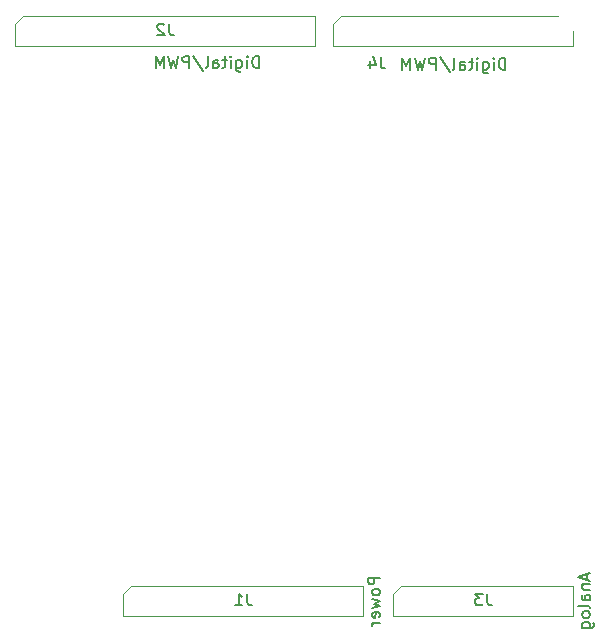
<source format=gbr>
%TF.GenerationSoftware,KiCad,Pcbnew,(7.0.0-0)*%
%TF.CreationDate,2023-08-03T18:37:04+02:00*%
%TF.ProjectId,flipperbrain-shield,666c6970-7065-4726-9272-61696e2d7368,rev?*%
%TF.SameCoordinates,Original*%
%TF.FileFunction,AssemblyDrawing,Bot*%
%FSLAX46Y46*%
G04 Gerber Fmt 4.6, Leading zero omitted, Abs format (unit mm)*
G04 Created by KiCad (PCBNEW (7.0.0-0)) date 2023-08-03 18:37:04*
%MOMM*%
%LPD*%
G01*
G04 APERTURE LIST*
%ADD10C,0.150000*%
%ADD11C,0.100000*%
G04 APERTURE END LIST*
D10*
%TO.C,J3*%
X165911666Y-95150476D02*
X165911666Y-95626666D01*
X166197380Y-95055238D02*
X165197380Y-95388571D01*
X165197380Y-95388571D02*
X166197380Y-95721904D01*
X165530714Y-96055238D02*
X166197380Y-96055238D01*
X165625952Y-96055238D02*
X165578333Y-96102857D01*
X165578333Y-96102857D02*
X165530714Y-96198095D01*
X165530714Y-96198095D02*
X165530714Y-96340952D01*
X165530714Y-96340952D02*
X165578333Y-96436190D01*
X165578333Y-96436190D02*
X165673571Y-96483809D01*
X165673571Y-96483809D02*
X166197380Y-96483809D01*
X166197380Y-97388571D02*
X165673571Y-97388571D01*
X165673571Y-97388571D02*
X165578333Y-97340952D01*
X165578333Y-97340952D02*
X165530714Y-97245714D01*
X165530714Y-97245714D02*
X165530714Y-97055238D01*
X165530714Y-97055238D02*
X165578333Y-96960000D01*
X166149761Y-97388571D02*
X166197380Y-97293333D01*
X166197380Y-97293333D02*
X166197380Y-97055238D01*
X166197380Y-97055238D02*
X166149761Y-96960000D01*
X166149761Y-96960000D02*
X166054523Y-96912381D01*
X166054523Y-96912381D02*
X165959285Y-96912381D01*
X165959285Y-96912381D02*
X165864047Y-96960000D01*
X165864047Y-96960000D02*
X165816428Y-97055238D01*
X165816428Y-97055238D02*
X165816428Y-97293333D01*
X165816428Y-97293333D02*
X165768809Y-97388571D01*
X166197380Y-98007619D02*
X166149761Y-97912381D01*
X166149761Y-97912381D02*
X166054523Y-97864762D01*
X166054523Y-97864762D02*
X165197380Y-97864762D01*
X166197380Y-98531429D02*
X166149761Y-98436191D01*
X166149761Y-98436191D02*
X166102142Y-98388572D01*
X166102142Y-98388572D02*
X166006904Y-98340953D01*
X166006904Y-98340953D02*
X165721190Y-98340953D01*
X165721190Y-98340953D02*
X165625952Y-98388572D01*
X165625952Y-98388572D02*
X165578333Y-98436191D01*
X165578333Y-98436191D02*
X165530714Y-98531429D01*
X165530714Y-98531429D02*
X165530714Y-98674286D01*
X165530714Y-98674286D02*
X165578333Y-98769524D01*
X165578333Y-98769524D02*
X165625952Y-98817143D01*
X165625952Y-98817143D02*
X165721190Y-98864762D01*
X165721190Y-98864762D02*
X166006904Y-98864762D01*
X166006904Y-98864762D02*
X166102142Y-98817143D01*
X166102142Y-98817143D02*
X166149761Y-98769524D01*
X166149761Y-98769524D02*
X166197380Y-98674286D01*
X166197380Y-98674286D02*
X166197380Y-98531429D01*
X165530714Y-99721905D02*
X166340238Y-99721905D01*
X166340238Y-99721905D02*
X166435476Y-99674286D01*
X166435476Y-99674286D02*
X166483095Y-99626667D01*
X166483095Y-99626667D02*
X166530714Y-99531429D01*
X166530714Y-99531429D02*
X166530714Y-99388572D01*
X166530714Y-99388572D02*
X166483095Y-99293334D01*
X166149761Y-99721905D02*
X166197380Y-99626667D01*
X166197380Y-99626667D02*
X166197380Y-99436191D01*
X166197380Y-99436191D02*
X166149761Y-99340953D01*
X166149761Y-99340953D02*
X166102142Y-99293334D01*
X166102142Y-99293334D02*
X166006904Y-99245715D01*
X166006904Y-99245715D02*
X165721190Y-99245715D01*
X165721190Y-99245715D02*
X165625952Y-99293334D01*
X165625952Y-99293334D02*
X165578333Y-99340953D01*
X165578333Y-99340953D02*
X165530714Y-99436191D01*
X165530714Y-99436191D02*
X165530714Y-99626667D01*
X165530714Y-99626667D02*
X165578333Y-99721905D01*
X157483333Y-96827380D02*
X157483333Y-97541666D01*
X157483333Y-97541666D02*
X157530952Y-97684523D01*
X157530952Y-97684523D02*
X157626190Y-97779761D01*
X157626190Y-97779761D02*
X157769047Y-97827380D01*
X157769047Y-97827380D02*
X157864285Y-97827380D01*
X157102380Y-96827380D02*
X156483333Y-96827380D01*
X156483333Y-96827380D02*
X156816666Y-97208333D01*
X156816666Y-97208333D02*
X156673809Y-97208333D01*
X156673809Y-97208333D02*
X156578571Y-97255952D01*
X156578571Y-97255952D02*
X156530952Y-97303571D01*
X156530952Y-97303571D02*
X156483333Y-97398809D01*
X156483333Y-97398809D02*
X156483333Y-97636904D01*
X156483333Y-97636904D02*
X156530952Y-97732142D01*
X156530952Y-97732142D02*
X156578571Y-97779761D01*
X156578571Y-97779761D02*
X156673809Y-97827380D01*
X156673809Y-97827380D02*
X156959523Y-97827380D01*
X156959523Y-97827380D02*
X157054761Y-97779761D01*
X157054761Y-97779761D02*
X157102380Y-97732142D01*
%TO.C,J2*%
X138167142Y-52327380D02*
X138167142Y-51327380D01*
X138167142Y-51327380D02*
X137929047Y-51327380D01*
X137929047Y-51327380D02*
X137786190Y-51375000D01*
X137786190Y-51375000D02*
X137690952Y-51470238D01*
X137690952Y-51470238D02*
X137643333Y-51565476D01*
X137643333Y-51565476D02*
X137595714Y-51755952D01*
X137595714Y-51755952D02*
X137595714Y-51898809D01*
X137595714Y-51898809D02*
X137643333Y-52089285D01*
X137643333Y-52089285D02*
X137690952Y-52184523D01*
X137690952Y-52184523D02*
X137786190Y-52279761D01*
X137786190Y-52279761D02*
X137929047Y-52327380D01*
X137929047Y-52327380D02*
X138167142Y-52327380D01*
X137167142Y-52327380D02*
X137167142Y-51660714D01*
X137167142Y-51327380D02*
X137214761Y-51375000D01*
X137214761Y-51375000D02*
X137167142Y-51422619D01*
X137167142Y-51422619D02*
X137119523Y-51375000D01*
X137119523Y-51375000D02*
X137167142Y-51327380D01*
X137167142Y-51327380D02*
X137167142Y-51422619D01*
X136262381Y-51660714D02*
X136262381Y-52470238D01*
X136262381Y-52470238D02*
X136310000Y-52565476D01*
X136310000Y-52565476D02*
X136357619Y-52613095D01*
X136357619Y-52613095D02*
X136452857Y-52660714D01*
X136452857Y-52660714D02*
X136595714Y-52660714D01*
X136595714Y-52660714D02*
X136690952Y-52613095D01*
X136262381Y-52279761D02*
X136357619Y-52327380D01*
X136357619Y-52327380D02*
X136548095Y-52327380D01*
X136548095Y-52327380D02*
X136643333Y-52279761D01*
X136643333Y-52279761D02*
X136690952Y-52232142D01*
X136690952Y-52232142D02*
X136738571Y-52136904D01*
X136738571Y-52136904D02*
X136738571Y-51851190D01*
X136738571Y-51851190D02*
X136690952Y-51755952D01*
X136690952Y-51755952D02*
X136643333Y-51708333D01*
X136643333Y-51708333D02*
X136548095Y-51660714D01*
X136548095Y-51660714D02*
X136357619Y-51660714D01*
X136357619Y-51660714D02*
X136262381Y-51708333D01*
X135786190Y-52327380D02*
X135786190Y-51660714D01*
X135786190Y-51327380D02*
X135833809Y-51375000D01*
X135833809Y-51375000D02*
X135786190Y-51422619D01*
X135786190Y-51422619D02*
X135738571Y-51375000D01*
X135738571Y-51375000D02*
X135786190Y-51327380D01*
X135786190Y-51327380D02*
X135786190Y-51422619D01*
X135452857Y-51660714D02*
X135071905Y-51660714D01*
X135310000Y-51327380D02*
X135310000Y-52184523D01*
X135310000Y-52184523D02*
X135262381Y-52279761D01*
X135262381Y-52279761D02*
X135167143Y-52327380D01*
X135167143Y-52327380D02*
X135071905Y-52327380D01*
X134310000Y-52327380D02*
X134310000Y-51803571D01*
X134310000Y-51803571D02*
X134357619Y-51708333D01*
X134357619Y-51708333D02*
X134452857Y-51660714D01*
X134452857Y-51660714D02*
X134643333Y-51660714D01*
X134643333Y-51660714D02*
X134738571Y-51708333D01*
X134310000Y-52279761D02*
X134405238Y-52327380D01*
X134405238Y-52327380D02*
X134643333Y-52327380D01*
X134643333Y-52327380D02*
X134738571Y-52279761D01*
X134738571Y-52279761D02*
X134786190Y-52184523D01*
X134786190Y-52184523D02*
X134786190Y-52089285D01*
X134786190Y-52089285D02*
X134738571Y-51994047D01*
X134738571Y-51994047D02*
X134643333Y-51946428D01*
X134643333Y-51946428D02*
X134405238Y-51946428D01*
X134405238Y-51946428D02*
X134310000Y-51898809D01*
X133690952Y-52327380D02*
X133786190Y-52279761D01*
X133786190Y-52279761D02*
X133833809Y-52184523D01*
X133833809Y-52184523D02*
X133833809Y-51327380D01*
X132595714Y-51279761D02*
X133452856Y-52565476D01*
X132262380Y-52327380D02*
X132262380Y-51327380D01*
X132262380Y-51327380D02*
X131881428Y-51327380D01*
X131881428Y-51327380D02*
X131786190Y-51375000D01*
X131786190Y-51375000D02*
X131738571Y-51422619D01*
X131738571Y-51422619D02*
X131690952Y-51517857D01*
X131690952Y-51517857D02*
X131690952Y-51660714D01*
X131690952Y-51660714D02*
X131738571Y-51755952D01*
X131738571Y-51755952D02*
X131786190Y-51803571D01*
X131786190Y-51803571D02*
X131881428Y-51851190D01*
X131881428Y-51851190D02*
X132262380Y-51851190D01*
X131357618Y-51327380D02*
X131119523Y-52327380D01*
X131119523Y-52327380D02*
X130929047Y-51613095D01*
X130929047Y-51613095D02*
X130738571Y-52327380D01*
X130738571Y-52327380D02*
X130500476Y-51327380D01*
X130119523Y-52327380D02*
X130119523Y-51327380D01*
X130119523Y-51327380D02*
X129786190Y-52041666D01*
X129786190Y-52041666D02*
X129452857Y-51327380D01*
X129452857Y-51327380D02*
X129452857Y-52327380D01*
X130559333Y-48567380D02*
X130559333Y-49281666D01*
X130559333Y-49281666D02*
X130606952Y-49424523D01*
X130606952Y-49424523D02*
X130702190Y-49519761D01*
X130702190Y-49519761D02*
X130845047Y-49567380D01*
X130845047Y-49567380D02*
X130940285Y-49567380D01*
X130130761Y-48662619D02*
X130083142Y-48615000D01*
X130083142Y-48615000D02*
X129987904Y-48567380D01*
X129987904Y-48567380D02*
X129749809Y-48567380D01*
X129749809Y-48567380D02*
X129654571Y-48615000D01*
X129654571Y-48615000D02*
X129606952Y-48662619D01*
X129606952Y-48662619D02*
X129559333Y-48757857D01*
X129559333Y-48757857D02*
X129559333Y-48853095D01*
X129559333Y-48853095D02*
X129606952Y-48995952D01*
X129606952Y-48995952D02*
X130178380Y-49567380D01*
X130178380Y-49567380D02*
X129559333Y-49567380D01*
%TO.C,J4*%
X159037142Y-52457380D02*
X159037142Y-51457380D01*
X159037142Y-51457380D02*
X158799047Y-51457380D01*
X158799047Y-51457380D02*
X158656190Y-51505000D01*
X158656190Y-51505000D02*
X158560952Y-51600238D01*
X158560952Y-51600238D02*
X158513333Y-51695476D01*
X158513333Y-51695476D02*
X158465714Y-51885952D01*
X158465714Y-51885952D02*
X158465714Y-52028809D01*
X158465714Y-52028809D02*
X158513333Y-52219285D01*
X158513333Y-52219285D02*
X158560952Y-52314523D01*
X158560952Y-52314523D02*
X158656190Y-52409761D01*
X158656190Y-52409761D02*
X158799047Y-52457380D01*
X158799047Y-52457380D02*
X159037142Y-52457380D01*
X158037142Y-52457380D02*
X158037142Y-51790714D01*
X158037142Y-51457380D02*
X158084761Y-51505000D01*
X158084761Y-51505000D02*
X158037142Y-51552619D01*
X158037142Y-51552619D02*
X157989523Y-51505000D01*
X157989523Y-51505000D02*
X158037142Y-51457380D01*
X158037142Y-51457380D02*
X158037142Y-51552619D01*
X157132381Y-51790714D02*
X157132381Y-52600238D01*
X157132381Y-52600238D02*
X157180000Y-52695476D01*
X157180000Y-52695476D02*
X157227619Y-52743095D01*
X157227619Y-52743095D02*
X157322857Y-52790714D01*
X157322857Y-52790714D02*
X157465714Y-52790714D01*
X157465714Y-52790714D02*
X157560952Y-52743095D01*
X157132381Y-52409761D02*
X157227619Y-52457380D01*
X157227619Y-52457380D02*
X157418095Y-52457380D01*
X157418095Y-52457380D02*
X157513333Y-52409761D01*
X157513333Y-52409761D02*
X157560952Y-52362142D01*
X157560952Y-52362142D02*
X157608571Y-52266904D01*
X157608571Y-52266904D02*
X157608571Y-51981190D01*
X157608571Y-51981190D02*
X157560952Y-51885952D01*
X157560952Y-51885952D02*
X157513333Y-51838333D01*
X157513333Y-51838333D02*
X157418095Y-51790714D01*
X157418095Y-51790714D02*
X157227619Y-51790714D01*
X157227619Y-51790714D02*
X157132381Y-51838333D01*
X156656190Y-52457380D02*
X156656190Y-51790714D01*
X156656190Y-51457380D02*
X156703809Y-51505000D01*
X156703809Y-51505000D02*
X156656190Y-51552619D01*
X156656190Y-51552619D02*
X156608571Y-51505000D01*
X156608571Y-51505000D02*
X156656190Y-51457380D01*
X156656190Y-51457380D02*
X156656190Y-51552619D01*
X156322857Y-51790714D02*
X155941905Y-51790714D01*
X156180000Y-51457380D02*
X156180000Y-52314523D01*
X156180000Y-52314523D02*
X156132381Y-52409761D01*
X156132381Y-52409761D02*
X156037143Y-52457380D01*
X156037143Y-52457380D02*
X155941905Y-52457380D01*
X155180000Y-52457380D02*
X155180000Y-51933571D01*
X155180000Y-51933571D02*
X155227619Y-51838333D01*
X155227619Y-51838333D02*
X155322857Y-51790714D01*
X155322857Y-51790714D02*
X155513333Y-51790714D01*
X155513333Y-51790714D02*
X155608571Y-51838333D01*
X155180000Y-52409761D02*
X155275238Y-52457380D01*
X155275238Y-52457380D02*
X155513333Y-52457380D01*
X155513333Y-52457380D02*
X155608571Y-52409761D01*
X155608571Y-52409761D02*
X155656190Y-52314523D01*
X155656190Y-52314523D02*
X155656190Y-52219285D01*
X155656190Y-52219285D02*
X155608571Y-52124047D01*
X155608571Y-52124047D02*
X155513333Y-52076428D01*
X155513333Y-52076428D02*
X155275238Y-52076428D01*
X155275238Y-52076428D02*
X155180000Y-52028809D01*
X154560952Y-52457380D02*
X154656190Y-52409761D01*
X154656190Y-52409761D02*
X154703809Y-52314523D01*
X154703809Y-52314523D02*
X154703809Y-51457380D01*
X153465714Y-51409761D02*
X154322856Y-52695476D01*
X153132380Y-52457380D02*
X153132380Y-51457380D01*
X153132380Y-51457380D02*
X152751428Y-51457380D01*
X152751428Y-51457380D02*
X152656190Y-51505000D01*
X152656190Y-51505000D02*
X152608571Y-51552619D01*
X152608571Y-51552619D02*
X152560952Y-51647857D01*
X152560952Y-51647857D02*
X152560952Y-51790714D01*
X152560952Y-51790714D02*
X152608571Y-51885952D01*
X152608571Y-51885952D02*
X152656190Y-51933571D01*
X152656190Y-51933571D02*
X152751428Y-51981190D01*
X152751428Y-51981190D02*
X153132380Y-51981190D01*
X152227618Y-51457380D02*
X151989523Y-52457380D01*
X151989523Y-52457380D02*
X151799047Y-51743095D01*
X151799047Y-51743095D02*
X151608571Y-52457380D01*
X151608571Y-52457380D02*
X151370476Y-51457380D01*
X150989523Y-52457380D02*
X150989523Y-51457380D01*
X150989523Y-51457380D02*
X150656190Y-52171666D01*
X150656190Y-52171666D02*
X150322857Y-51457380D01*
X150322857Y-51457380D02*
X150322857Y-52457380D01*
X148483333Y-51367380D02*
X148483333Y-52081666D01*
X148483333Y-52081666D02*
X148530952Y-52224523D01*
X148530952Y-52224523D02*
X148626190Y-52319761D01*
X148626190Y-52319761D02*
X148769047Y-52367380D01*
X148769047Y-52367380D02*
X148864285Y-52367380D01*
X147578571Y-51700714D02*
X147578571Y-52367380D01*
X147816666Y-51319761D02*
X148054761Y-52034047D01*
X148054761Y-52034047D02*
X147435714Y-52034047D01*
%TO.C,J1*%
X148417380Y-95483809D02*
X147417380Y-95483809D01*
X147417380Y-95483809D02*
X147417380Y-95864761D01*
X147417380Y-95864761D02*
X147465000Y-95959999D01*
X147465000Y-95959999D02*
X147512619Y-96007618D01*
X147512619Y-96007618D02*
X147607857Y-96055237D01*
X147607857Y-96055237D02*
X147750714Y-96055237D01*
X147750714Y-96055237D02*
X147845952Y-96007618D01*
X147845952Y-96007618D02*
X147893571Y-95959999D01*
X147893571Y-95959999D02*
X147941190Y-95864761D01*
X147941190Y-95864761D02*
X147941190Y-95483809D01*
X148417380Y-96626666D02*
X148369761Y-96531428D01*
X148369761Y-96531428D02*
X148322142Y-96483809D01*
X148322142Y-96483809D02*
X148226904Y-96436190D01*
X148226904Y-96436190D02*
X147941190Y-96436190D01*
X147941190Y-96436190D02*
X147845952Y-96483809D01*
X147845952Y-96483809D02*
X147798333Y-96531428D01*
X147798333Y-96531428D02*
X147750714Y-96626666D01*
X147750714Y-96626666D02*
X147750714Y-96769523D01*
X147750714Y-96769523D02*
X147798333Y-96864761D01*
X147798333Y-96864761D02*
X147845952Y-96912380D01*
X147845952Y-96912380D02*
X147941190Y-96959999D01*
X147941190Y-96959999D02*
X148226904Y-96959999D01*
X148226904Y-96959999D02*
X148322142Y-96912380D01*
X148322142Y-96912380D02*
X148369761Y-96864761D01*
X148369761Y-96864761D02*
X148417380Y-96769523D01*
X148417380Y-96769523D02*
X148417380Y-96626666D01*
X147750714Y-97293333D02*
X148417380Y-97483809D01*
X148417380Y-97483809D02*
X147941190Y-97674285D01*
X147941190Y-97674285D02*
X148417380Y-97864761D01*
X148417380Y-97864761D02*
X147750714Y-98055237D01*
X148369761Y-98817142D02*
X148417380Y-98721904D01*
X148417380Y-98721904D02*
X148417380Y-98531428D01*
X148417380Y-98531428D02*
X148369761Y-98436190D01*
X148369761Y-98436190D02*
X148274523Y-98388571D01*
X148274523Y-98388571D02*
X147893571Y-98388571D01*
X147893571Y-98388571D02*
X147798333Y-98436190D01*
X147798333Y-98436190D02*
X147750714Y-98531428D01*
X147750714Y-98531428D02*
X147750714Y-98721904D01*
X147750714Y-98721904D02*
X147798333Y-98817142D01*
X147798333Y-98817142D02*
X147893571Y-98864761D01*
X147893571Y-98864761D02*
X147988809Y-98864761D01*
X147988809Y-98864761D02*
X148084047Y-98388571D01*
X148417380Y-99293333D02*
X147750714Y-99293333D01*
X147941190Y-99293333D02*
X147845952Y-99340952D01*
X147845952Y-99340952D02*
X147798333Y-99388571D01*
X147798333Y-99388571D02*
X147750714Y-99483809D01*
X147750714Y-99483809D02*
X147750714Y-99579047D01*
X137163333Y-96827380D02*
X137163333Y-97541666D01*
X137163333Y-97541666D02*
X137210952Y-97684523D01*
X137210952Y-97684523D02*
X137306190Y-97779761D01*
X137306190Y-97779761D02*
X137449047Y-97827380D01*
X137449047Y-97827380D02*
X137544285Y-97827380D01*
X136163333Y-97827380D02*
X136734761Y-97827380D01*
X136449047Y-97827380D02*
X136449047Y-96827380D01*
X136449047Y-96827380D02*
X136544285Y-96970238D01*
X136544285Y-96970238D02*
X136639523Y-97065476D01*
X136639523Y-97065476D02*
X136734761Y-97113095D01*
D11*
%TO.C,J3*%
X164770000Y-96190000D02*
X150165000Y-96190000D01*
X150165000Y-96190000D02*
X149530000Y-96825000D01*
X149530000Y-96825000D02*
X149530000Y-98730000D01*
X164770000Y-98730000D02*
X164770000Y-96190000D01*
X149530000Y-98730000D02*
X164770000Y-98730000D01*
%TO.C,J2*%
X142926000Y-47930000D02*
X118161000Y-47930000D01*
X118161000Y-47930000D02*
X117526000Y-48565000D01*
X117526000Y-48565000D02*
X117526000Y-50470000D01*
X142926000Y-50470000D02*
X142926000Y-47930000D01*
X117526000Y-50470000D02*
X142926000Y-50470000D01*
%TO.C,J4*%
X163500000Y-47930000D02*
X145085000Y-47930000D01*
X145085000Y-47930000D02*
X144450000Y-48565000D01*
X144450000Y-48565000D02*
X144450000Y-50470000D01*
X164770000Y-50470000D02*
X164770000Y-49200000D01*
X144450000Y-50470000D02*
X164770000Y-50470000D01*
%TO.C,J1*%
X146990000Y-96190000D02*
X127305000Y-96190000D01*
X127305000Y-96190000D02*
X126670000Y-96825000D01*
X126670000Y-96825000D02*
X126670000Y-98730000D01*
X146990000Y-98730000D02*
X146990000Y-96190000D01*
X126670000Y-98730000D02*
X146990000Y-98730000D01*
%TD*%
M02*

</source>
